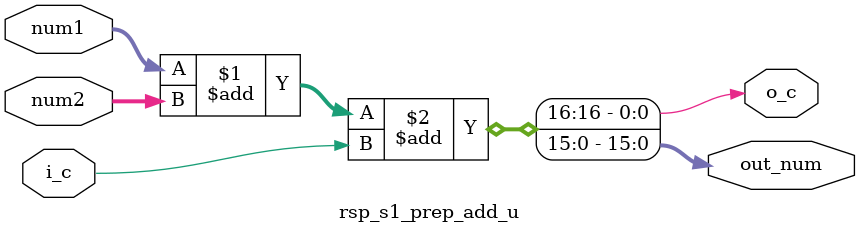
<source format=sv>
`timescale 1ns / 1ps


module rsp_s1_prep_add_u #(
    parameter DATA_WIDTH = 16
)(
   input  [DATA_WIDTH-1:0]          num1 ,
   input  [DATA_WIDTH-1:0]          num2 ,
   output [DATA_WIDTH-1:0]          out_num ,  
   input                            i_c ,  
   output                           o_c
);

assign {o_c,out_num} = num1 + num2 + i_c; 

endmodule


</source>
